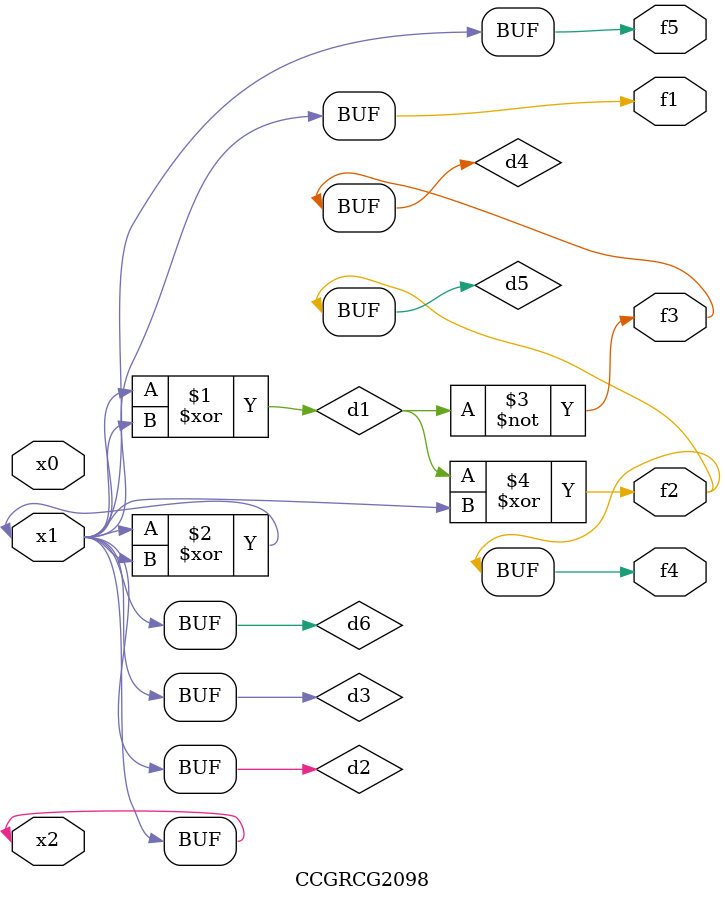
<source format=v>
module CCGRCG2098(
	input x0, x1, x2,
	output f1, f2, f3, f4, f5
);

	wire d1, d2, d3, d4, d5, d6;

	xor (d1, x1, x2);
	buf (d2, x1, x2);
	xor (d3, x1, x2);
	nor (d4, d1);
	xor (d5, d1, d2);
	buf (d6, d2, d3);
	assign f1 = d6;
	assign f2 = d5;
	assign f3 = d4;
	assign f4 = d5;
	assign f5 = d6;
endmodule

</source>
